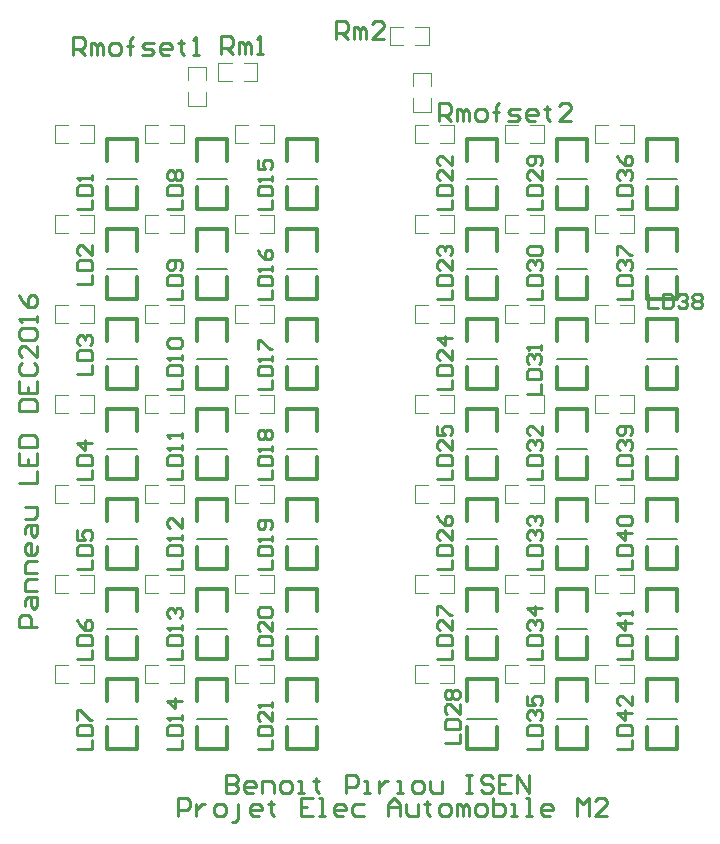
<source format=gto>
%FSLAX43Y43*%
%MOMM*%
G71*
G01*
G75*
%ADD10R,1.016X1.270*%
%ADD11R,1.270X1.016*%
%ADD12R,2.032X2.032*%
%ADD13C,0.800*%
%ADD14C,0.254*%
%ADD15C,5.000*%
%ADD16C,1.778*%
%ADD17C,3.048*%
%ADD18R,3.048X3.048*%
%ADD19C,1.800*%
%ADD20C,1.270*%
%ADD21R,2.032X2.032*%
%ADD22C,0.051*%
%ADD23C,0.203*%
%ADD24C,0.305*%
G54D14*
X80384Y86784D02*
Y88308D01*
X81146D01*
X81400Y88054D01*
Y87546D01*
X81146Y87292D01*
X80384D01*
X80892D02*
X81400Y86784D01*
X81908D02*
Y87800D01*
X82161D01*
X82415Y87546D01*
Y86784D01*
Y87546D01*
X82669Y87800D01*
X82923Y87546D01*
Y86784D01*
X84447D02*
X83431D01*
X84447Y87800D01*
Y88054D01*
X84193Y88308D01*
X83685D01*
X83431Y88054D01*
X70606Y85537D02*
Y87060D01*
X71368D01*
X71622Y86806D01*
Y86298D01*
X71368Y86045D01*
X70606D01*
X71114D02*
X71622Y85537D01*
X72130D02*
Y86552D01*
X72384D01*
X72638Y86298D01*
Y85537D01*
Y86298D01*
X72892Y86552D01*
X73145Y86298D01*
Y85537D01*
X73653D02*
X74161D01*
X73907D01*
Y87060D01*
X73653Y86806D01*
X67000Y21000D02*
Y22524D01*
X67762D01*
X68016Y22270D01*
Y21762D01*
X67762Y21508D01*
X67000D01*
X68524Y22016D02*
Y21000D01*
Y21508D01*
X68777Y21762D01*
X69031Y22016D01*
X69285D01*
X70301Y21000D02*
X70809D01*
X71063Y21254D01*
Y21762D01*
X70809Y22016D01*
X70301D01*
X70047Y21762D01*
Y21254D01*
X70301Y21000D01*
X71571Y20492D02*
X71824D01*
X72078Y20746D01*
Y22016D01*
X73856Y21000D02*
X73348D01*
X73094Y21254D01*
Y21762D01*
X73348Y22016D01*
X73856D01*
X74110Y21762D01*
Y21508D01*
X73094D01*
X74871Y22270D02*
Y22016D01*
X74618D01*
X75125D01*
X74871D01*
Y21254D01*
X75125Y21000D01*
X78426Y22524D02*
X77411D01*
Y21000D01*
X78426D01*
X77411Y21762D02*
X77918D01*
X78934Y21000D02*
X79442D01*
X79188D01*
Y22524D01*
X78934D01*
X80965Y21000D02*
X80458D01*
X80204Y21254D01*
Y21762D01*
X80458Y22016D01*
X80965D01*
X81219Y21762D01*
Y21508D01*
X80204D01*
X82743Y22016D02*
X81981D01*
X81727Y21762D01*
Y21254D01*
X81981Y21000D01*
X82743D01*
X84774D02*
Y22016D01*
X85282Y22524D01*
X85790Y22016D01*
Y21000D01*
Y21762D01*
X84774D01*
X86298Y22016D02*
Y21254D01*
X86552Y21000D01*
X87313D01*
Y22016D01*
X88075Y22270D02*
Y22016D01*
X87821D01*
X88329D01*
X88075D01*
Y21254D01*
X88329Y21000D01*
X89345D02*
X89853D01*
X90107Y21254D01*
Y21762D01*
X89853Y22016D01*
X89345D01*
X89091Y21762D01*
Y21254D01*
X89345Y21000D01*
X90614D02*
Y22016D01*
X90868D01*
X91122Y21762D01*
Y21000D01*
Y21762D01*
X91376Y22016D01*
X91630Y21762D01*
Y21000D01*
X92392D02*
X92900D01*
X93154Y21254D01*
Y21762D01*
X92900Y22016D01*
X92392D01*
X92138Y21762D01*
Y21254D01*
X92392Y21000D01*
X93661Y22524D02*
Y21000D01*
X94423D01*
X94677Y21254D01*
Y21508D01*
Y21762D01*
X94423Y22016D01*
X93661D01*
X95185Y21000D02*
X95693D01*
X95439D01*
Y22016D01*
X95185D01*
X96454Y21000D02*
X96962D01*
X96708D01*
Y22524D01*
X96454D01*
X98486Y21000D02*
X97978D01*
X97724Y21254D01*
Y21762D01*
X97978Y22016D01*
X98486D01*
X98740Y21762D01*
Y21508D01*
X97724D01*
X100771Y21000D02*
Y22524D01*
X101279Y22016D01*
X101787Y22524D01*
Y21000D01*
X103310D02*
X102295D01*
X103310Y22016D01*
Y22270D01*
X103056Y22524D01*
X102549D01*
X102295Y22270D01*
X71000Y24524D02*
Y23000D01*
X71762D01*
X72016Y23254D01*
Y23508D01*
X71762Y23762D01*
X71000D01*
X71762D01*
X72016Y24016D01*
Y24270D01*
X71762Y24524D01*
X71000D01*
X73285Y23000D02*
X72777D01*
X72524Y23254D01*
Y23762D01*
X72777Y24016D01*
X73285D01*
X73539Y23762D01*
Y23508D01*
X72524D01*
X74047Y23000D02*
Y24016D01*
X74809D01*
X75063Y23762D01*
Y23000D01*
X75824D02*
X76332D01*
X76586Y23254D01*
Y23762D01*
X76332Y24016D01*
X75824D01*
X75571Y23762D01*
Y23254D01*
X75824Y23000D01*
X77094D02*
X77602D01*
X77348D01*
Y24016D01*
X77094D01*
X78618Y24270D02*
Y24016D01*
X78364D01*
X78871D01*
X78618D01*
Y23254D01*
X78871Y23000D01*
X81157D02*
Y24524D01*
X81918D01*
X82172Y24270D01*
Y23762D01*
X81918Y23508D01*
X81157D01*
X82680Y23000D02*
X83188D01*
X82934D01*
Y24016D01*
X82680D01*
X83950D02*
Y23000D01*
Y23508D01*
X84204Y23762D01*
X84458Y24016D01*
X84712D01*
X85473Y23000D02*
X85981D01*
X85727D01*
Y24016D01*
X85473D01*
X86997Y23000D02*
X87505D01*
X87759Y23254D01*
Y23762D01*
X87505Y24016D01*
X86997D01*
X86743Y23762D01*
Y23254D01*
X86997Y23000D01*
X88266Y24016D02*
Y23254D01*
X88520Y23000D01*
X89282D01*
Y24016D01*
X91313Y24524D02*
X91821D01*
X91567D01*
Y23000D01*
X91313D01*
X91821D01*
X93599Y24270D02*
X93345Y24524D01*
X92837D01*
X92583Y24270D01*
Y24016D01*
X92837Y23762D01*
X93345D01*
X93599Y23508D01*
Y23254D01*
X93345Y23000D01*
X92837D01*
X92583Y23254D01*
X95122Y24524D02*
X94107D01*
Y23000D01*
X95122D01*
X94107Y23762D02*
X94614D01*
X95630Y23000D02*
Y24524D01*
X96646Y23000D01*
Y24524D01*
X55000Y37000D02*
X53476D01*
Y37762D01*
X53730Y38016D01*
X54238D01*
X54492Y37762D01*
Y37000D01*
X53984Y38777D02*
Y39285D01*
X54238Y39539D01*
X55000D01*
Y38777D01*
X54746Y38524D01*
X54492Y38777D01*
Y39539D01*
X55000Y40047D02*
X53984D01*
Y40809D01*
X54238Y41063D01*
X55000D01*
Y41571D02*
X53984D01*
Y42332D01*
X54238Y42586D01*
X55000D01*
Y43856D02*
Y43348D01*
X54746Y43094D01*
X54238D01*
X53984Y43348D01*
Y43856D01*
X54238Y44110D01*
X54492D01*
Y43094D01*
X53984Y44871D02*
Y45379D01*
X54238Y45633D01*
X55000D01*
Y44871D01*
X54746Y44618D01*
X54492Y44871D01*
Y45633D01*
X53984Y46141D02*
X54746D01*
X55000Y46395D01*
Y47157D01*
X53984D01*
X53476Y49188D02*
X55000D01*
Y50204D01*
X53476Y51727D02*
Y50712D01*
X55000D01*
Y51727D01*
X54238Y50712D02*
Y51219D01*
X53476Y52235D02*
X55000D01*
Y52997D01*
X54746Y53251D01*
X53730D01*
X53476Y52997D01*
Y52235D01*
Y55282D02*
X55000D01*
Y56044D01*
X54746Y56298D01*
X53730D01*
X53476Y56044D01*
Y55282D01*
Y57821D02*
Y56806D01*
X55000D01*
Y57821D01*
X54238Y56806D02*
Y57313D01*
X53730Y59345D02*
X53476Y59091D01*
Y58583D01*
X53730Y58329D01*
X54746D01*
X55000Y58583D01*
Y59091D01*
X54746Y59345D01*
X55000Y60868D02*
Y59853D01*
X53984Y60868D01*
X53730D01*
X53476Y60614D01*
Y60107D01*
X53730Y59853D01*
Y61376D02*
X53476Y61630D01*
Y62138D01*
X53730Y62392D01*
X54746D01*
X55000Y62138D01*
Y61630D01*
X54746Y61376D01*
X53730D01*
X55000Y62900D02*
Y63407D01*
Y63154D01*
X53476D01*
X53730Y62900D01*
X53476Y65185D02*
X53730Y64677D01*
X54238Y64169D01*
X54746D01*
X55000Y64423D01*
Y64931D01*
X54746Y65185D01*
X54492D01*
X54238Y64931D01*
Y64169D01*
X58112Y85504D02*
Y87028D01*
X58874D01*
X59128Y86774D01*
Y86266D01*
X58874Y86012D01*
X58112D01*
X58620D02*
X59128Y85504D01*
X59636D02*
Y86520D01*
X59889D01*
X60143Y86266D01*
Y85504D01*
Y86266D01*
X60397Y86520D01*
X60651Y86266D01*
Y85504D01*
X61413D02*
X61921D01*
X62175Y85758D01*
Y86266D01*
X61921Y86520D01*
X61413D01*
X61159Y86266D01*
Y85758D01*
X61413Y85504D01*
X62936D02*
Y86774D01*
Y86266D01*
X62683D01*
X63190D01*
X62936D01*
Y86774D01*
X63190Y87028D01*
X63952Y85504D02*
X64714D01*
X64968Y85758D01*
X64714Y86012D01*
X64206D01*
X63952Y86266D01*
X64206Y86520D01*
X64968D01*
X66237Y85504D02*
X65730D01*
X65476Y85758D01*
Y86266D01*
X65730Y86520D01*
X66237D01*
X66491Y86266D01*
Y86012D01*
X65476D01*
X67253Y86774D02*
Y86520D01*
X66999D01*
X67507D01*
X67253D01*
Y85758D01*
X67507Y85504D01*
X68269D02*
X68777D01*
X68523D01*
Y87028D01*
X68269Y86774D01*
X58450Y72390D02*
X59690D01*
Y73216D01*
X58450Y73630D02*
X59690D01*
Y74249D01*
X59483Y74456D01*
X58657D01*
X58450Y74249D01*
Y73630D01*
X59690Y74869D02*
Y75282D01*
Y75076D01*
X58450D01*
X58657Y74869D01*
X58450Y66040D02*
X59690D01*
Y66866D01*
X58450Y67280D02*
X59690D01*
Y67899D01*
X59483Y68106D01*
X58657D01*
X58450Y67899D01*
Y67280D01*
X59690Y69346D02*
Y68519D01*
X58864Y69346D01*
X58657D01*
X58450Y69139D01*
Y68726D01*
X58657Y68519D01*
X58450Y58420D02*
X59690D01*
Y59246D01*
X58450Y59660D02*
X59690D01*
Y60279D01*
X59483Y60486D01*
X58657D01*
X58450Y60279D01*
Y59660D01*
X58657Y60899D02*
X58450Y61106D01*
Y61519D01*
X58657Y61726D01*
X58864D01*
X59070Y61519D01*
Y61312D01*
Y61519D01*
X59277Y61726D01*
X59483D01*
X59690Y61519D01*
Y61106D01*
X59483Y60899D01*
X58450Y49530D02*
X59690D01*
Y50356D01*
X58450Y50770D02*
X59690D01*
Y51389D01*
X59483Y51596D01*
X58657D01*
X58450Y51389D01*
Y50770D01*
X59690Y52629D02*
X58450D01*
X59070Y52009D01*
Y52836D01*
X58450Y41910D02*
X59690D01*
Y42736D01*
X58450Y43150D02*
X59690D01*
Y43769D01*
X59483Y43976D01*
X58657D01*
X58450Y43769D01*
Y43150D01*
Y45216D02*
Y44389D01*
X59070D01*
X58864Y44802D01*
Y45009D01*
X59070Y45216D01*
X59483D01*
X59690Y45009D01*
Y44596D01*
X59483Y44389D01*
X58450Y34290D02*
X59690D01*
Y35116D01*
X58450Y35530D02*
X59690D01*
Y36149D01*
X59483Y36356D01*
X58657D01*
X58450Y36149D01*
Y35530D01*
Y37596D02*
X58657Y37182D01*
X59070Y36769D01*
X59483D01*
X59690Y36976D01*
Y37389D01*
X59483Y37596D01*
X59277D01*
X59070Y37389D01*
Y36769D01*
X58450Y26670D02*
X59690D01*
Y27496D01*
X58450Y27910D02*
X59690D01*
Y28529D01*
X59483Y28736D01*
X58657D01*
X58450Y28529D01*
Y27910D01*
Y29149D02*
Y29976D01*
X58657D01*
X59483Y29149D01*
X59690D01*
X66070Y72390D02*
X67310D01*
Y73216D01*
X66070Y73630D02*
X67310D01*
Y74249D01*
X67103Y74456D01*
X66277D01*
X66070Y74249D01*
Y73630D01*
X66277Y74869D02*
X66070Y75076D01*
Y75489D01*
X66277Y75696D01*
X66484D01*
X66690Y75489D01*
X66897Y75696D01*
X67103D01*
X67310Y75489D01*
Y75076D01*
X67103Y74869D01*
X66897D01*
X66690Y75076D01*
X66484Y74869D01*
X66277D01*
X66690Y75076D02*
Y75489D01*
X66070Y64770D02*
X67310D01*
Y65596D01*
X66070Y66010D02*
X67310D01*
Y66629D01*
X67103Y66836D01*
X66277D01*
X66070Y66629D01*
Y66010D01*
X67103Y67249D02*
X67310Y67456D01*
Y67869D01*
X67103Y68076D01*
X66277D01*
X66070Y67869D01*
Y67456D01*
X66277Y67249D01*
X66484D01*
X66690Y67456D01*
Y68076D01*
X66070Y57150D02*
X67310D01*
Y57976D01*
X66070Y58390D02*
X67310D01*
Y59009D01*
X67103Y59216D01*
X66277D01*
X66070Y59009D01*
Y58390D01*
X67310Y59629D02*
Y60042D01*
Y59836D01*
X66070D01*
X66277Y59629D01*
Y60662D02*
X66070Y60869D01*
Y61282D01*
X66277Y61489D01*
X67103D01*
X67310Y61282D01*
Y60869D01*
X67103Y60662D01*
X66277D01*
X66070Y49530D02*
X67310D01*
Y50356D01*
X66070Y50770D02*
X67310D01*
Y51389D01*
X67103Y51596D01*
X66277D01*
X66070Y51389D01*
Y50770D01*
X67310Y52009D02*
Y52422D01*
Y52216D01*
X66070D01*
X66277Y52009D01*
X67310Y53042D02*
Y53455D01*
Y53249D01*
X66070D01*
X66277Y53042D01*
X66070Y41910D02*
X67310D01*
Y42736D01*
X66070Y43150D02*
X67310D01*
Y43769D01*
X67103Y43976D01*
X66277D01*
X66070Y43769D01*
Y43150D01*
X67310Y44389D02*
Y44802D01*
Y44596D01*
X66070D01*
X66277Y44389D01*
X67310Y46249D02*
Y45422D01*
X66484Y46249D01*
X66277D01*
X66070Y46042D01*
Y45629D01*
X66277Y45422D01*
X66070Y34290D02*
X67310D01*
Y35116D01*
X66070Y35530D02*
X67310D01*
Y36149D01*
X67103Y36356D01*
X66277D01*
X66070Y36149D01*
Y35530D01*
X67310Y36769D02*
Y37182D01*
Y36976D01*
X66070D01*
X66277Y36769D01*
Y37802D02*
X66070Y38009D01*
Y38422D01*
X66277Y38629D01*
X66484D01*
X66690Y38422D01*
Y38215D01*
Y38422D01*
X66897Y38629D01*
X67103D01*
X67310Y38422D01*
Y38009D01*
X67103Y37802D01*
X66070Y26670D02*
X67310D01*
Y27496D01*
X66070Y27910D02*
X67310D01*
Y28529D01*
X67103Y28736D01*
X66277D01*
X66070Y28529D01*
Y27910D01*
X67310Y29149D02*
Y29562D01*
Y29356D01*
X66070D01*
X66277Y29149D01*
X67310Y30802D02*
X66070D01*
X66690Y30182D01*
Y31009D01*
X73730Y72390D02*
X74930D01*
Y73190D01*
X73730Y73590D02*
X74930D01*
Y74189D01*
X74730Y74389D01*
X73930D01*
X73730Y74189D01*
Y73590D01*
X74930Y74789D02*
Y75189D01*
Y74989D01*
X73730D01*
X73930Y74789D01*
X73730Y76589D02*
Y75789D01*
X74330D01*
X74130Y76189D01*
Y76389D01*
X74330Y76589D01*
X74730D01*
X74930Y76389D01*
Y75989D01*
X74730Y75789D01*
X73730Y64770D02*
X74930D01*
Y65570D01*
X73730Y65970D02*
X74930D01*
Y66569D01*
X74730Y66769D01*
X73930D01*
X73730Y66569D01*
Y65970D01*
X74930Y67169D02*
Y67569D01*
Y67369D01*
X73730D01*
X73930Y67169D01*
X73730Y68969D02*
X73930Y68569D01*
X74330Y68169D01*
X74730D01*
X74930Y68369D01*
Y68769D01*
X74730Y68969D01*
X74530D01*
X74330Y68769D01*
Y68169D01*
X73730Y57150D02*
X74930D01*
Y57950D01*
X73730Y58350D02*
X74930D01*
Y58949D01*
X74730Y59149D01*
X73930D01*
X73730Y58949D01*
Y58350D01*
X74930Y59549D02*
Y59949D01*
Y59749D01*
X73730D01*
X73930Y59549D01*
X73730Y60549D02*
Y61349D01*
X73930D01*
X74730Y60549D01*
X74930D01*
X73730Y49530D02*
X74930D01*
Y50330D01*
X73730Y50730D02*
X74930D01*
Y51329D01*
X74730Y51529D01*
X73930D01*
X73730Y51329D01*
Y50730D01*
X74930Y51929D02*
Y52329D01*
Y52129D01*
X73730D01*
X73930Y51929D01*
Y52929D02*
X73730Y53129D01*
Y53529D01*
X73930Y53729D01*
X74130D01*
X74330Y53529D01*
X74530Y53729D01*
X74730D01*
X74930Y53529D01*
Y53129D01*
X74730Y52929D01*
X74530D01*
X74330Y53129D01*
X74130Y52929D01*
X73930D01*
X74330Y53129D02*
Y53529D01*
X73730Y41910D02*
X74930D01*
Y42710D01*
X73730Y43110D02*
X74930D01*
Y43709D01*
X74730Y43909D01*
X73930D01*
X73730Y43709D01*
Y43110D01*
X74930Y44309D02*
Y44709D01*
Y44509D01*
X73730D01*
X73930Y44309D01*
X74730Y45309D02*
X74930Y45509D01*
Y45909D01*
X74730Y46109D01*
X73930D01*
X73730Y45909D01*
Y45509D01*
X73930Y45309D01*
X74130D01*
X74330Y45509D01*
Y46109D01*
X73730Y34290D02*
X74930D01*
Y35090D01*
X73730Y35490D02*
X74930D01*
Y36089D01*
X74730Y36289D01*
X73930D01*
X73730Y36089D01*
Y35490D01*
X74930Y37489D02*
Y36689D01*
X74130Y37489D01*
X73930D01*
X73730Y37289D01*
Y36889D01*
X73930Y36689D01*
Y37889D02*
X73730Y38089D01*
Y38489D01*
X73930Y38689D01*
X74730D01*
X74930Y38489D01*
Y38089D01*
X74730Y37889D01*
X73930D01*
X73730Y26670D02*
X74930D01*
Y27470D01*
X73730Y27870D02*
X74930D01*
Y28469D01*
X74730Y28669D01*
X73930D01*
X73730Y28469D01*
Y27870D01*
X74930Y29869D02*
Y29069D01*
X74130Y29869D01*
X73930D01*
X73730Y29669D01*
Y29269D01*
X73930Y29069D01*
X74930Y30269D02*
Y30669D01*
Y30469D01*
X73730D01*
X73930Y30269D01*
X88930Y72390D02*
X90170D01*
Y73216D01*
X88930Y73630D02*
X90170D01*
Y74249D01*
X89963Y74456D01*
X89137D01*
X88930Y74249D01*
Y73630D01*
X90170Y75696D02*
Y74869D01*
X89344Y75696D01*
X89137D01*
X88930Y75489D01*
Y75076D01*
X89137Y74869D01*
X90170Y76935D02*
Y76109D01*
X89344Y76935D01*
X89137D01*
X88930Y76729D01*
Y76315D01*
X89137Y76109D01*
X88930Y64770D02*
X90170D01*
Y65596D01*
X88930Y66010D02*
X90170D01*
Y66629D01*
X89963Y66836D01*
X89137D01*
X88930Y66629D01*
Y66010D01*
X90170Y68076D02*
Y67249D01*
X89344Y68076D01*
X89137D01*
X88930Y67869D01*
Y67456D01*
X89137Y67249D01*
Y68489D02*
X88930Y68695D01*
Y69109D01*
X89137Y69315D01*
X89344D01*
X89550Y69109D01*
Y68902D01*
Y69109D01*
X89757Y69315D01*
X89963D01*
X90170Y69109D01*
Y68695D01*
X89963Y68489D01*
X88930Y57150D02*
X90170D01*
Y57976D01*
X88930Y58390D02*
X90170D01*
Y59009D01*
X89963Y59216D01*
X89137D01*
X88930Y59009D01*
Y58390D01*
X90170Y60456D02*
Y59629D01*
X89344Y60456D01*
X89137D01*
X88930Y60249D01*
Y59836D01*
X89137Y59629D01*
X90170Y61489D02*
X88930D01*
X89550Y60869D01*
Y61695D01*
X88930Y49530D02*
X90170D01*
Y50356D01*
X88930Y50770D02*
X90170D01*
Y51389D01*
X89963Y51596D01*
X89137D01*
X88930Y51389D01*
Y50770D01*
X90170Y52836D02*
Y52009D01*
X89344Y52836D01*
X89137D01*
X88930Y52629D01*
Y52216D01*
X89137Y52009D01*
X88930Y54075D02*
Y53249D01*
X89550D01*
X89344Y53662D01*
Y53869D01*
X89550Y54075D01*
X89963D01*
X90170Y53869D01*
Y53455D01*
X89963Y53249D01*
X88930Y41910D02*
X90170D01*
Y42736D01*
X88930Y43150D02*
X90170D01*
Y43769D01*
X89963Y43976D01*
X89137D01*
X88930Y43769D01*
Y43150D01*
X90170Y45216D02*
Y44389D01*
X89344Y45216D01*
X89137D01*
X88930Y45009D01*
Y44596D01*
X89137Y44389D01*
X88930Y46455D02*
X89137Y46042D01*
X89550Y45629D01*
X89963D01*
X90170Y45835D01*
Y46249D01*
X89963Y46455D01*
X89757D01*
X89550Y46249D01*
Y45629D01*
X88930Y34290D02*
X90170D01*
Y35116D01*
X88930Y35530D02*
X90170D01*
Y36149D01*
X89963Y36356D01*
X89137D01*
X88930Y36149D01*
Y35530D01*
X90170Y37596D02*
Y36769D01*
X89344Y37596D01*
X89137D01*
X88930Y37389D01*
Y36976D01*
X89137Y36769D01*
X88930Y38009D02*
Y38835D01*
X89137D01*
X89963Y38009D01*
X90170D01*
X89565Y27178D02*
X90805D01*
Y28004D01*
X89565Y28418D02*
X90805D01*
Y29037D01*
X90598Y29244D01*
X89772D01*
X89565Y29037D01*
Y28418D01*
X90805Y30484D02*
Y29657D01*
X89979Y30484D01*
X89772D01*
X89565Y30277D01*
Y29864D01*
X89772Y29657D01*
Y30897D02*
X89565Y31103D01*
Y31517D01*
X89772Y31723D01*
X89979D01*
X90185Y31517D01*
X90392Y31723D01*
X90598D01*
X90805Y31517D01*
Y31103D01*
X90598Y30897D01*
X90392D01*
X90185Y31103D01*
X89979Y30897D01*
X89772D01*
X90185Y31103D02*
Y31517D01*
X96550Y72390D02*
X97790D01*
Y73216D01*
X96550Y73630D02*
X97790D01*
Y74249D01*
X97583Y74456D01*
X96757D01*
X96550Y74249D01*
Y73630D01*
X97790Y75696D02*
Y74869D01*
X96964Y75696D01*
X96757D01*
X96550Y75489D01*
Y75076D01*
X96757Y74869D01*
X97583Y76109D02*
X97790Y76315D01*
Y76729D01*
X97583Y76935D01*
X96757D01*
X96550Y76729D01*
Y76315D01*
X96757Y76109D01*
X96964D01*
X97170Y76315D01*
Y76935D01*
X96550Y64770D02*
X97790D01*
Y65596D01*
X96550Y66010D02*
X97790D01*
Y66629D01*
X97583Y66836D01*
X96757D01*
X96550Y66629D01*
Y66010D01*
X96757Y67249D02*
X96550Y67456D01*
Y67869D01*
X96757Y68076D01*
X96964D01*
X97170Y67869D01*
Y67662D01*
Y67869D01*
X97377Y68076D01*
X97583D01*
X97790Y67869D01*
Y67456D01*
X97583Y67249D01*
X96757Y68489D02*
X96550Y68695D01*
Y69109D01*
X96757Y69315D01*
X97583D01*
X97790Y69109D01*
Y68695D01*
X97583Y68489D01*
X96757D01*
X96473Y56804D02*
X97713D01*
Y57630D01*
X96473Y58044D02*
X97713D01*
Y58663D01*
X97506Y58870D01*
X96680D01*
X96473Y58663D01*
Y58044D01*
X96680Y59283D02*
X96473Y59490D01*
Y59903D01*
X96680Y60110D01*
X96887D01*
X97093Y59903D01*
Y59696D01*
Y59903D01*
X97300Y60110D01*
X97506D01*
X97713Y59903D01*
Y59490D01*
X97506Y59283D01*
X97713Y60523D02*
Y60936D01*
Y60729D01*
X96473D01*
X96680Y60523D01*
X96550Y49530D02*
X97790D01*
Y50356D01*
X96550Y50770D02*
X97790D01*
Y51389D01*
X97583Y51596D01*
X96757D01*
X96550Y51389D01*
Y50770D01*
X96757Y52009D02*
X96550Y52216D01*
Y52629D01*
X96757Y52836D01*
X96964D01*
X97170Y52629D01*
Y52422D01*
Y52629D01*
X97377Y52836D01*
X97583D01*
X97790Y52629D01*
Y52216D01*
X97583Y52009D01*
X97790Y54075D02*
Y53249D01*
X96964Y54075D01*
X96757D01*
X96550Y53869D01*
Y53455D01*
X96757Y53249D01*
X96550Y41910D02*
X97790D01*
Y42736D01*
X96550Y43150D02*
X97790D01*
Y43769D01*
X97583Y43976D01*
X96757D01*
X96550Y43769D01*
Y43150D01*
X96757Y44389D02*
X96550Y44596D01*
Y45009D01*
X96757Y45216D01*
X96964D01*
X97170Y45009D01*
Y44802D01*
Y45009D01*
X97377Y45216D01*
X97583D01*
X97790Y45009D01*
Y44596D01*
X97583Y44389D01*
X96757Y45629D02*
X96550Y45835D01*
Y46249D01*
X96757Y46455D01*
X96964D01*
X97170Y46249D01*
Y46042D01*
Y46249D01*
X97377Y46455D01*
X97583D01*
X97790Y46249D01*
Y45835D01*
X97583Y45629D01*
X96550Y34290D02*
X97790D01*
Y35116D01*
X96550Y35530D02*
X97790D01*
Y36149D01*
X97583Y36356D01*
X96757D01*
X96550Y36149D01*
Y35530D01*
X96757Y36769D02*
X96550Y36976D01*
Y37389D01*
X96757Y37596D01*
X96964D01*
X97170Y37389D01*
Y37182D01*
Y37389D01*
X97377Y37596D01*
X97583D01*
X97790Y37389D01*
Y36976D01*
X97583Y36769D01*
X97790Y38629D02*
X96550D01*
X97170Y38009D01*
Y38835D01*
X96550Y26670D02*
X97790D01*
Y27496D01*
X96550Y27910D02*
X97790D01*
Y28529D01*
X97583Y28736D01*
X96757D01*
X96550Y28529D01*
Y27910D01*
X96757Y29149D02*
X96550Y29356D01*
Y29769D01*
X96757Y29976D01*
X96964D01*
X97170Y29769D01*
Y29562D01*
Y29769D01*
X97377Y29976D01*
X97583D01*
X97790Y29769D01*
Y29356D01*
X97583Y29149D01*
X96550Y31215D02*
Y30389D01*
X97170D01*
X96964Y30802D01*
Y31009D01*
X97170Y31215D01*
X97583D01*
X97790Y31009D01*
Y30595D01*
X97583Y30389D01*
X104170Y72390D02*
X105410D01*
Y73216D01*
X104170Y73630D02*
X105410D01*
Y74249D01*
X105203Y74456D01*
X104377D01*
X104170Y74249D01*
Y73630D01*
X104377Y74869D02*
X104170Y75076D01*
Y75489D01*
X104377Y75696D01*
X104584D01*
X104790Y75489D01*
Y75282D01*
Y75489D01*
X104997Y75696D01*
X105203D01*
X105410Y75489D01*
Y75076D01*
X105203Y74869D01*
X104170Y76935D02*
X104377Y76522D01*
X104790Y76109D01*
X105203D01*
X105410Y76315D01*
Y76729D01*
X105203Y76935D01*
X104997D01*
X104790Y76729D01*
Y76109D01*
X104170Y64770D02*
X105410D01*
Y65596D01*
X104170Y66010D02*
X105410D01*
Y66629D01*
X105203Y66836D01*
X104377D01*
X104170Y66629D01*
Y66010D01*
X104377Y67249D02*
X104170Y67456D01*
Y67869D01*
X104377Y68076D01*
X104584D01*
X104790Y67869D01*
Y67662D01*
Y67869D01*
X104997Y68076D01*
X105203D01*
X105410Y67869D01*
Y67456D01*
X105203Y67249D01*
X104170Y68489D02*
Y69315D01*
X104377D01*
X105203Y68489D01*
X105410D01*
X106782Y65263D02*
Y64024D01*
X107609D01*
X108022Y65263D02*
Y64024D01*
X108642D01*
X108848Y64230D01*
Y65057D01*
X108642Y65263D01*
X108022D01*
X109262Y65057D02*
X109468Y65263D01*
X109881D01*
X110088Y65057D01*
Y64850D01*
X109881Y64644D01*
X109675D01*
X109881D01*
X110088Y64437D01*
Y64230D01*
X109881Y64024D01*
X109468D01*
X109262Y64230D01*
X110501Y65057D02*
X110708Y65263D01*
X111121D01*
X111328Y65057D01*
Y64850D01*
X111121Y64644D01*
X111328Y64437D01*
Y64230D01*
X111121Y64024D01*
X110708D01*
X110501Y64230D01*
Y64437D01*
X110708Y64644D01*
X110501Y64850D01*
Y65057D01*
X110708Y64644D02*
X111121D01*
X104170Y49530D02*
X105410D01*
Y50356D01*
X104170Y50770D02*
X105410D01*
Y51389D01*
X105203Y51596D01*
X104377D01*
X104170Y51389D01*
Y50770D01*
X104377Y52009D02*
X104170Y52216D01*
Y52629D01*
X104377Y52836D01*
X104584D01*
X104790Y52629D01*
Y52422D01*
Y52629D01*
X104997Y52836D01*
X105203D01*
X105410Y52629D01*
Y52216D01*
X105203Y52009D01*
Y53249D02*
X105410Y53455D01*
Y53869D01*
X105203Y54075D01*
X104377D01*
X104170Y53869D01*
Y53455D01*
X104377Y53249D01*
X104584D01*
X104790Y53455D01*
Y54075D01*
X104170Y41910D02*
X105410D01*
Y42736D01*
X104170Y43150D02*
X105410D01*
Y43769D01*
X105203Y43976D01*
X104377D01*
X104170Y43769D01*
Y43150D01*
X105410Y45009D02*
X104170D01*
X104790Y44389D01*
Y45216D01*
X104377Y45629D02*
X104170Y45835D01*
Y46249D01*
X104377Y46455D01*
X105203D01*
X105410Y46249D01*
Y45835D01*
X105203Y45629D01*
X104377D01*
X104170Y34290D02*
X105410D01*
Y35116D01*
X104170Y35530D02*
X105410D01*
Y36149D01*
X105203Y36356D01*
X104377D01*
X104170Y36149D01*
Y35530D01*
X105410Y37389D02*
X104170D01*
X104790Y36769D01*
Y37596D01*
X105410Y38009D02*
Y38422D01*
Y38215D01*
X104170D01*
X104377Y38009D01*
X104170Y26670D02*
X105410D01*
Y27496D01*
X104170Y27910D02*
X105410D01*
Y28529D01*
X105203Y28736D01*
X104377D01*
X104170Y28529D01*
Y27910D01*
X105410Y29769D02*
X104170D01*
X104790Y29149D01*
Y29976D01*
X105410Y31215D02*
Y30389D01*
X104584Y31215D01*
X104377D01*
X104170Y31009D01*
Y30595D01*
X104377Y30389D01*
X89088Y79872D02*
Y81396D01*
X89850D01*
X90104Y81142D01*
Y80634D01*
X89850Y80380D01*
X89088D01*
X89596D02*
X90104Y79872D01*
X90612D02*
Y80888D01*
X90865D01*
X91119Y80634D01*
Y79872D01*
Y80634D01*
X91373Y80888D01*
X91627Y80634D01*
Y79872D01*
X92389D02*
X92897D01*
X93151Y80126D01*
Y80634D01*
X92897Y80888D01*
X92389D01*
X92135Y80634D01*
Y80126D01*
X92389Y79872D01*
X93912D02*
Y81142D01*
Y80634D01*
X93659D01*
X94166D01*
X93912D01*
Y81142D01*
X94166Y81396D01*
X94928Y79872D02*
X95690D01*
X95944Y80126D01*
X95690Y80380D01*
X95182D01*
X94928Y80634D01*
X95182Y80888D01*
X95944D01*
X97213Y79872D02*
X96706D01*
X96452Y80126D01*
Y80634D01*
X96706Y80888D01*
X97213D01*
X97467Y80634D01*
Y80380D01*
X96452D01*
X98229Y81142D02*
Y80888D01*
X97975D01*
X98483D01*
X98229D01*
Y80126D01*
X98483Y79872D01*
X100260D02*
X99245D01*
X100260Y80888D01*
Y81142D01*
X100006Y81396D01*
X99499D01*
X99245Y81142D01*
G54D22*
X87044Y86278D02*
X88187D01*
Y87802D01*
X84885D02*
X86028D01*
X84885Y86278D02*
Y87802D01*
Y86278D02*
X86028D01*
X87044Y87802D02*
X88187D01*
X70365Y84762D02*
X71508D01*
X70365Y83238D02*
Y84762D01*
X72524Y83238D02*
X73667D01*
Y84762D01*
X72524D02*
X73667D01*
X70365Y83238D02*
X71508D01*
X69342Y81153D02*
Y82296D01*
X67818Y83312D02*
Y84455D01*
X69342D01*
Y83312D02*
Y84455D01*
X67818Y81153D02*
X69342D01*
X67818D02*
Y82296D01*
X64135Y32258D02*
X65278D01*
X66294Y33782D02*
X67437D01*
Y32258D02*
Y33782D01*
X66294Y32258D02*
X67437D01*
X64135D02*
Y33782D01*
X65278D01*
X86995Y32258D02*
X88138D01*
X89154Y33782D02*
X90297D01*
Y32258D02*
Y33782D01*
X89154Y32258D02*
X90297D01*
X86995D02*
Y33782D01*
X88138D01*
X94615Y32258D02*
X95758D01*
X96774Y33782D02*
X97917D01*
Y32258D02*
Y33782D01*
X96774Y32258D02*
X97917D01*
X94615D02*
Y33782D01*
X95758D01*
X102235Y32258D02*
X103378D01*
X104394Y33782D02*
X105537D01*
Y32258D02*
Y33782D01*
X104394Y32258D02*
X105537D01*
X102235D02*
Y33782D01*
X103378D01*
X64135Y39878D02*
X65278D01*
X66294Y41402D02*
X67437D01*
Y39878D02*
Y41402D01*
X66294Y39878D02*
X67437D01*
X64135D02*
Y41402D01*
X65278D01*
X71755Y39878D02*
X72898D01*
X73914Y41402D02*
X75057D01*
Y39878D02*
Y41402D01*
X73914Y39878D02*
X75057D01*
X71755D02*
Y41402D01*
X72898D01*
X86995Y39878D02*
X88138D01*
X89154Y41402D02*
X90297D01*
Y39878D02*
Y41402D01*
X89154Y39878D02*
X90297D01*
X86995D02*
Y41402D01*
X88138D01*
X94615Y39878D02*
X95758D01*
X96774Y41402D02*
X97917D01*
Y39878D02*
Y41402D01*
X96774Y39878D02*
X97917D01*
X94615D02*
Y41402D01*
X95758D01*
X102235Y39878D02*
X103378D01*
X104394Y41402D02*
X105537D01*
Y39878D02*
Y41402D01*
X104394Y39878D02*
X105537D01*
X102235D02*
Y41402D01*
X103378D01*
X86995Y47498D02*
X88138D01*
X89154Y49022D02*
X90297D01*
Y47498D02*
Y49022D01*
X89154Y47498D02*
X90297D01*
X86995D02*
Y49022D01*
X88138D01*
X94615Y47498D02*
X95758D01*
X96774Y49022D02*
X97917D01*
Y47498D02*
Y49022D01*
X96774Y47498D02*
X97917D01*
X94615D02*
Y49022D01*
X95758D01*
X102235Y47498D02*
X103378D01*
X104394Y49022D02*
X105537D01*
Y47498D02*
Y49022D01*
X104394Y47498D02*
X105537D01*
X102235D02*
Y49022D01*
X103378D01*
X64135Y55118D02*
X65278D01*
X66294Y56642D02*
X67437D01*
Y55118D02*
Y56642D01*
X66294Y55118D02*
X67437D01*
X64135D02*
Y56642D01*
X65278D01*
X71755Y55118D02*
X72898D01*
X73914Y56642D02*
X75057D01*
Y55118D02*
Y56642D01*
X73914Y55118D02*
X75057D01*
X71755D02*
Y56642D01*
X72898D01*
X86995Y55118D02*
X88138D01*
X89154Y56642D02*
X90297D01*
Y55118D02*
Y56642D01*
X89154Y55118D02*
X90297D01*
X86995D02*
Y56642D01*
X88138D01*
X94615Y55118D02*
X95758D01*
X96774Y56642D02*
X97917D01*
Y55118D02*
Y56642D01*
X96774Y55118D02*
X97917D01*
X94615D02*
Y56642D01*
X95758D01*
X102235Y55118D02*
X103378D01*
X104394Y56642D02*
X105537D01*
Y55118D02*
Y56642D01*
X104394Y55118D02*
X105537D01*
X102235D02*
Y56642D01*
X103378D01*
X71755Y62738D02*
X72898D01*
X73914Y64262D02*
X75057D01*
Y62738D02*
Y64262D01*
X73914Y62738D02*
X75057D01*
X71755D02*
Y64262D01*
X72898D01*
X86995Y62738D02*
X88138D01*
X89154Y64262D02*
X90297D01*
Y62738D02*
Y64262D01*
X89154Y62738D02*
X90297D01*
X86995D02*
Y64262D01*
X88138D01*
X94615Y62738D02*
X95758D01*
X96774Y64262D02*
X97917D01*
Y62738D02*
Y64262D01*
X96774Y62738D02*
X97917D01*
X94615D02*
Y64262D01*
X95758D01*
X102235Y62738D02*
X103378D01*
X104394Y64262D02*
X105537D01*
Y62738D02*
Y64262D01*
X104394Y62738D02*
X105537D01*
X102235D02*
Y64262D01*
X103378D01*
X71755Y70358D02*
X72898D01*
X73914Y71882D02*
X75057D01*
Y70358D02*
Y71882D01*
X73914Y70358D02*
X75057D01*
X71755D02*
Y71882D01*
X72898D01*
X86995Y70358D02*
X88138D01*
X89154Y71882D02*
X90297D01*
Y70358D02*
Y71882D01*
X89154Y70358D02*
X90297D01*
X86995D02*
Y71882D01*
X88138D01*
X94615Y70358D02*
X95758D01*
X96774Y71882D02*
X97917D01*
Y70358D02*
Y71882D01*
X96774Y70358D02*
X97917D01*
X94615D02*
Y71882D01*
X95758D01*
X102235Y70358D02*
X103378D01*
X104394Y71882D02*
X105537D01*
Y70358D02*
Y71882D01*
X104394Y70358D02*
X105537D01*
X102235D02*
Y71882D01*
X103378D01*
X71755Y77978D02*
X72898D01*
X73914Y79502D02*
X75057D01*
Y77978D02*
Y79502D01*
X73914Y77978D02*
X75057D01*
X71755D02*
Y79502D01*
X72898D01*
X86995Y77978D02*
X88138D01*
X89154Y79502D02*
X90297D01*
Y77978D02*
Y79502D01*
X89154Y77978D02*
X90297D01*
X86995D02*
Y79502D01*
X88138D01*
X94615Y77978D02*
X95758D01*
X96774Y79502D02*
X97917D01*
Y77978D02*
Y79502D01*
X96774Y77978D02*
X97917D01*
X94615D02*
Y79502D01*
X95758D01*
X56515Y70358D02*
X57658D01*
X58674Y71882D02*
X59817D01*
Y70358D02*
Y71882D01*
X58674Y70358D02*
X59817D01*
X56515D02*
Y71882D01*
X57658D01*
X56515Y77978D02*
X57658D01*
X58674Y79502D02*
X59817D01*
Y77978D02*
Y79502D01*
X58674Y77978D02*
X59817D01*
X56515D02*
Y79502D01*
X57658D01*
X56515Y62738D02*
X57658D01*
X58674Y64262D02*
X59817D01*
Y62738D02*
Y64262D01*
X58674Y62738D02*
X59817D01*
X56515D02*
Y64262D01*
X57658D01*
X56515Y47498D02*
X57658D01*
X58674Y49022D02*
X59817D01*
Y47498D02*
Y49022D01*
X58674Y47498D02*
X59817D01*
X56515D02*
Y49022D01*
X57658D01*
X56515Y39878D02*
X57658D01*
X58674Y41402D02*
X59817D01*
Y39878D02*
Y41402D01*
X58674Y39878D02*
X59817D01*
X56515D02*
Y41402D01*
X57658D01*
X56515Y55118D02*
X57658D01*
X58674Y56642D02*
X59817D01*
Y55118D02*
Y56642D01*
X58674Y55118D02*
X59817D01*
X56515D02*
Y56642D01*
X57658D01*
X56515Y32258D02*
X57658D01*
X58674Y33782D02*
X59817D01*
Y32258D02*
Y33782D01*
X58674Y32258D02*
X59817D01*
X56515D02*
Y33782D01*
X57658D01*
X64135Y77978D02*
X65278D01*
X66294Y79502D02*
X67437D01*
Y77978D02*
Y79502D01*
X66294Y77978D02*
X67437D01*
X64135D02*
Y79502D01*
X65278D01*
X64135Y70358D02*
X65278D01*
X66294Y71882D02*
X67437D01*
Y70358D02*
Y71882D01*
X66294Y70358D02*
X67437D01*
X64135D02*
Y71882D01*
X65278D01*
X64135Y62738D02*
X65278D01*
X66294Y64262D02*
X67437D01*
Y62738D02*
Y64262D01*
X66294Y62738D02*
X67437D01*
X64135D02*
Y64262D01*
X65278D01*
X64135Y47498D02*
X65278D01*
X66294Y49022D02*
X67437D01*
Y47498D02*
Y49022D01*
X66294Y47498D02*
X67437D01*
X64135D02*
Y49022D01*
X65278D01*
X71755Y47498D02*
X72898D01*
X73914Y49022D02*
X75057D01*
Y47498D02*
Y49022D01*
X73914Y47498D02*
X75057D01*
X71755D02*
Y49022D01*
X72898D01*
X71755Y32258D02*
X72898D01*
X73914Y33782D02*
X75057D01*
Y32258D02*
Y33782D01*
X73914Y32258D02*
X75057D01*
X71755D02*
Y33782D01*
X72898D01*
X102235Y77978D02*
X103378D01*
X104394Y79502D02*
X105537D01*
Y77978D02*
Y79502D01*
X104394Y77978D02*
X105537D01*
X102235D02*
Y79502D01*
X103378D01*
X88392Y80645D02*
Y81788D01*
X86868Y82804D02*
Y83947D01*
X88392D01*
Y82804D02*
Y83947D01*
X86868Y80645D02*
X88392D01*
X86868D02*
Y81788D01*
G54D23*
X106680Y59690D02*
X109220D01*
X60960D02*
X63500D01*
X60960Y67310D02*
X63500D01*
X60960Y74930D02*
X63500D01*
X60960Y52070D02*
X63500D01*
X60960Y29210D02*
X63500D01*
X60960Y36830D02*
X63500D01*
X60960Y44450D02*
X63500D01*
X68580Y74930D02*
X71120D01*
X68580Y67310D02*
X71120D01*
X68580Y59690D02*
X71120D01*
X68580Y52070D02*
X71120D01*
X68580Y29210D02*
X71120D01*
X68580Y36830D02*
X71120D01*
X68580Y44450D02*
X71120D01*
X76200Y74930D02*
X78740D01*
X76200Y67310D02*
X78740D01*
X76200Y59690D02*
X78740D01*
X76200Y52070D02*
X78740D01*
X76200Y36830D02*
X78740D01*
X76200Y44450D02*
X78740D01*
X76200Y29210D02*
X78740D01*
X91440Y74930D02*
X93980D01*
X91440Y59690D02*
X93980D01*
X91440Y52070D02*
X93980D01*
X106680Y67310D02*
X109220D01*
X99060Y59690D02*
X101600D01*
X106680Y52070D02*
X109220D01*
X106680Y29210D02*
X109220D01*
X91440D02*
X93980D01*
X91440Y44450D02*
X93980D01*
X91440Y36830D02*
X93980D01*
X91440Y67310D02*
X93980D01*
X99060Y74930D02*
X101600D01*
X99060Y67310D02*
X101600D01*
X99060Y52070D02*
X101600D01*
X99060Y44450D02*
X101600D01*
X99060Y36830D02*
X101600D01*
X99060Y29210D02*
X101600D01*
X106680Y74930D02*
X109220D01*
X106680Y44450D02*
X109220D01*
X106680Y36830D02*
X109220D01*
G54D24*
X106680Y63119D02*
X109220D01*
X106680Y57150D02*
X109220D01*
X106680Y61214D02*
Y63119D01*
X109220Y61214D02*
Y63119D01*
Y57150D02*
Y59055D01*
X106680Y57150D02*
Y59055D01*
X60960Y63119D02*
X63500D01*
X60960Y57150D02*
X63500D01*
X60960Y61214D02*
Y63119D01*
X63500Y61214D02*
Y63119D01*
Y57150D02*
Y59055D01*
X60960Y57150D02*
Y59055D01*
Y70739D02*
X63500D01*
X60960Y64770D02*
X63500D01*
X60960Y68834D02*
Y70739D01*
X63500Y68834D02*
Y70739D01*
Y64770D02*
Y66675D01*
X60960Y64770D02*
Y66675D01*
Y78359D02*
X63500D01*
X60960Y72390D02*
X63500D01*
X60960Y76454D02*
Y78359D01*
X63500Y76454D02*
Y78359D01*
Y72390D02*
Y74295D01*
X60960Y72390D02*
Y74295D01*
Y55499D02*
X63500D01*
X60960Y49530D02*
X63500D01*
X60960Y53594D02*
Y55499D01*
X63500Y53594D02*
Y55499D01*
Y49530D02*
Y51435D01*
X60960Y49530D02*
Y51435D01*
Y32639D02*
X63500D01*
X60960Y26670D02*
X63500D01*
X60960Y30734D02*
Y32639D01*
X63500Y30734D02*
Y32639D01*
Y26670D02*
Y28575D01*
X60960Y26670D02*
Y28575D01*
Y40259D02*
X63500D01*
X60960Y34290D02*
X63500D01*
X60960Y38354D02*
Y40259D01*
X63500Y38354D02*
Y40259D01*
Y34290D02*
Y36195D01*
X60960Y34290D02*
Y36195D01*
Y47879D02*
X63500D01*
X60960Y41910D02*
X63500D01*
X60960Y45974D02*
Y47879D01*
X63500Y45974D02*
Y47879D01*
Y41910D02*
Y43815D01*
X60960Y41910D02*
Y43815D01*
X68580Y78359D02*
X71120D01*
X68580Y72390D02*
X71120D01*
X68580Y76454D02*
Y78359D01*
X71120Y76454D02*
Y78359D01*
Y72390D02*
Y74295D01*
X68580Y72390D02*
Y74295D01*
Y70739D02*
X71120D01*
X68580Y64770D02*
X71120D01*
X68580Y68834D02*
Y70739D01*
X71120Y68834D02*
Y70739D01*
Y64770D02*
Y66675D01*
X68580Y64770D02*
Y66675D01*
Y63119D02*
X71120D01*
X68580Y57150D02*
X71120D01*
X68580Y61214D02*
Y63119D01*
X71120Y61214D02*
Y63119D01*
Y57150D02*
Y59055D01*
X68580Y57150D02*
Y59055D01*
Y55499D02*
X71120D01*
X68580Y49530D02*
X71120D01*
X68580Y53594D02*
Y55499D01*
X71120Y53594D02*
Y55499D01*
Y49530D02*
Y51435D01*
X68580Y49530D02*
Y51435D01*
Y32639D02*
X71120D01*
X68580Y26670D02*
X71120D01*
X68580Y30734D02*
Y32639D01*
X71120Y30734D02*
Y32639D01*
Y26670D02*
Y28575D01*
X68580Y26670D02*
Y28575D01*
Y40259D02*
X71120D01*
X68580Y34290D02*
X71120D01*
X68580Y38354D02*
Y40259D01*
X71120Y38354D02*
Y40259D01*
Y34290D02*
Y36195D01*
X68580Y34290D02*
Y36195D01*
Y47879D02*
X71120D01*
X68580Y41910D02*
X71120D01*
X68580Y45974D02*
Y47879D01*
X71120Y45974D02*
Y47879D01*
Y41910D02*
Y43815D01*
X68580Y41910D02*
Y43815D01*
X76200Y78359D02*
X78740D01*
X76200Y72390D02*
X78740D01*
X76200Y76454D02*
Y78359D01*
X78740Y76454D02*
Y78359D01*
Y72390D02*
Y74295D01*
X76200Y72390D02*
Y74295D01*
Y70739D02*
X78740D01*
X76200Y64770D02*
X78740D01*
X76200Y68834D02*
Y70739D01*
X78740Y68834D02*
Y70739D01*
Y64770D02*
Y66675D01*
X76200Y64770D02*
Y66675D01*
Y63119D02*
X78740D01*
X76200Y57150D02*
X78740D01*
X76200Y61214D02*
Y63119D01*
X78740Y61214D02*
Y63119D01*
Y57150D02*
Y59055D01*
X76200Y57150D02*
Y59055D01*
Y55499D02*
X78740D01*
X76200Y49530D02*
X78740D01*
X76200Y53594D02*
Y55499D01*
X78740Y53594D02*
Y55499D01*
Y49530D02*
Y51435D01*
X76200Y49530D02*
Y51435D01*
Y40259D02*
X78740D01*
X76200Y34290D02*
X78740D01*
X76200Y38354D02*
Y40259D01*
X78740Y38354D02*
Y40259D01*
Y34290D02*
Y36195D01*
X76200Y34290D02*
Y36195D01*
Y47879D02*
X78740D01*
X76200Y41910D02*
X78740D01*
X76200Y45974D02*
Y47879D01*
X78740Y45974D02*
Y47879D01*
Y41910D02*
Y43815D01*
X76200Y41910D02*
Y43815D01*
Y32639D02*
X78740D01*
X76200Y26670D02*
X78740D01*
X76200Y30734D02*
Y32639D01*
X78740Y30734D02*
Y32639D01*
Y26670D02*
Y28575D01*
X76200Y26670D02*
Y28575D01*
X91440Y78359D02*
X93980D01*
X91440Y72390D02*
X93980D01*
X91440Y76454D02*
Y78359D01*
X93980Y76454D02*
Y78359D01*
Y72390D02*
Y74295D01*
X91440Y72390D02*
Y74295D01*
Y63119D02*
X93980D01*
X91440Y57150D02*
X93980D01*
X91440Y61214D02*
Y63119D01*
X93980Y61214D02*
Y63119D01*
Y57150D02*
Y59055D01*
X91440Y57150D02*
Y59055D01*
Y55499D02*
X93980D01*
X91440Y49530D02*
X93980D01*
X91440Y53594D02*
Y55499D01*
X93980Y53594D02*
Y55499D01*
Y49530D02*
Y51435D01*
X91440Y49530D02*
Y51435D01*
X106680Y70739D02*
X109220D01*
X106680Y64770D02*
X109220D01*
X106680Y68834D02*
Y70739D01*
X109220Y68834D02*
Y70739D01*
Y64770D02*
Y66675D01*
X106680Y64770D02*
Y66675D01*
X99060Y63119D02*
X101600D01*
X99060Y57150D02*
X101600D01*
X99060Y61214D02*
Y63119D01*
X101600Y61214D02*
Y63119D01*
Y57150D02*
Y59055D01*
X99060Y57150D02*
Y59055D01*
X106680Y55499D02*
X109220D01*
X106680Y49530D02*
X109220D01*
X106680Y53594D02*
Y55499D01*
X109220Y53594D02*
Y55499D01*
Y49530D02*
Y51435D01*
X106680Y49530D02*
Y51435D01*
Y32639D02*
X109220D01*
X106680Y26670D02*
X109220D01*
X106680Y30734D02*
Y32639D01*
X109220Y30734D02*
Y32639D01*
Y26670D02*
Y28575D01*
X106680Y26670D02*
Y28575D01*
X91440Y32639D02*
X93980D01*
X91440Y26670D02*
X93980D01*
X91440Y30734D02*
Y32639D01*
X93980Y30734D02*
Y32639D01*
Y26670D02*
Y28575D01*
X91440Y26670D02*
Y28575D01*
Y47879D02*
X93980D01*
X91440Y41910D02*
X93980D01*
X91440Y45974D02*
Y47879D01*
X93980Y45974D02*
Y47879D01*
Y41910D02*
Y43815D01*
X91440Y41910D02*
Y43815D01*
Y40259D02*
X93980D01*
X91440Y34290D02*
X93980D01*
X91440Y38354D02*
Y40259D01*
X93980Y38354D02*
Y40259D01*
Y34290D02*
Y36195D01*
X91440Y34290D02*
Y36195D01*
Y70739D02*
X93980D01*
X91440Y64770D02*
X93980D01*
X91440Y68834D02*
Y70739D01*
X93980Y68834D02*
Y70739D01*
Y64770D02*
Y66675D01*
X91440Y64770D02*
Y66675D01*
X99060Y78359D02*
X101600D01*
X99060Y72390D02*
X101600D01*
X99060Y76454D02*
Y78359D01*
X101600Y76454D02*
Y78359D01*
Y72390D02*
Y74295D01*
X99060Y72390D02*
Y74295D01*
Y70739D02*
X101600D01*
X99060Y64770D02*
X101600D01*
X99060Y68834D02*
Y70739D01*
X101600Y68834D02*
Y70739D01*
Y64770D02*
Y66675D01*
X99060Y64770D02*
Y66675D01*
Y55499D02*
X101600D01*
X99060Y49530D02*
X101600D01*
X99060Y53594D02*
Y55499D01*
X101600Y53594D02*
Y55499D01*
Y49530D02*
Y51435D01*
X99060Y49530D02*
Y51435D01*
Y47879D02*
X101600D01*
X99060Y41910D02*
X101600D01*
X99060Y45974D02*
Y47879D01*
X101600Y45974D02*
Y47879D01*
Y41910D02*
Y43815D01*
X99060Y41910D02*
Y43815D01*
Y40259D02*
X101600D01*
X99060Y34290D02*
X101600D01*
X99060Y38354D02*
Y40259D01*
X101600Y38354D02*
Y40259D01*
Y34290D02*
Y36195D01*
X99060Y34290D02*
Y36195D01*
Y32639D02*
X101600D01*
X99060Y26670D02*
X101600D01*
X99060Y30734D02*
Y32639D01*
X101600Y30734D02*
Y32639D01*
Y26670D02*
Y28575D01*
X99060Y26670D02*
Y28575D01*
X106680Y78359D02*
X109220D01*
X106680Y72390D02*
X109220D01*
X106680Y76454D02*
Y78359D01*
X109220Y76454D02*
Y78359D01*
Y72390D02*
Y74295D01*
X106680Y72390D02*
Y74295D01*
Y47879D02*
X109220D01*
X106680Y41910D02*
X109220D01*
X106680Y45974D02*
Y47879D01*
X109220Y45974D02*
Y47879D01*
Y41910D02*
Y43815D01*
X106680Y41910D02*
Y43815D01*
Y40259D02*
X109220D01*
X106680Y34290D02*
X109220D01*
X106680Y38354D02*
Y40259D01*
X109220Y38354D02*
Y40259D01*
Y34290D02*
Y36195D01*
X106680Y34290D02*
Y36195D01*
M02*

</source>
